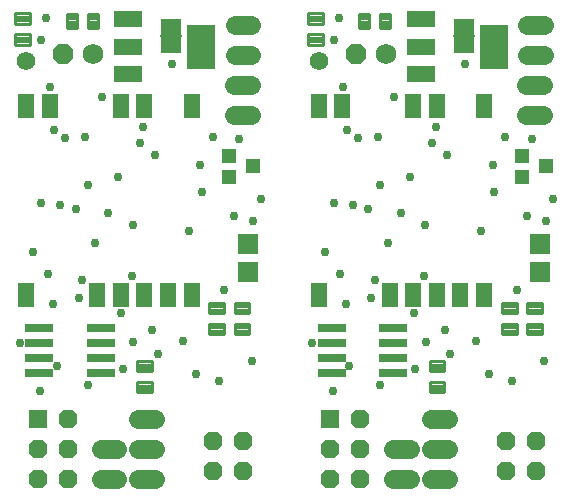
<source format=gbs>
G75*
G70*
%OFA0B0*%
%FSLAX24Y24*%
%IPPOS*%
%LPD*%
%AMOC8*
5,1,8,0,0,1.08239X$1,22.5*
%
%ADD10R,0.0925X0.0295*%
%ADD11R,0.0617X0.0617*%
%ADD12OC8,0.0617*%
%ADD13C,0.0115*%
%ADD14R,0.0509X0.0459*%
%ADD15R,0.0559X0.0846*%
%ADD16C,0.0619*%
%ADD17C,0.0617*%
%ADD18R,0.0689X0.0519*%
%ADD19R,0.0720X0.0060*%
%ADD20R,0.0650X0.0650*%
%ADD21R,0.0939X0.0539*%
%ADD22R,0.0925X0.1476*%
%ADD23OC8,0.0689*%
%ADD24C,0.0689*%
%ADD25C,0.0295*%
D10*
X001618Y004534D03*
X001618Y005034D03*
X001618Y005534D03*
X001618Y006034D03*
X003665Y006034D03*
X003665Y005534D03*
X003665Y005034D03*
X003665Y004534D03*
X011368Y004534D03*
X011368Y005034D03*
X011368Y005534D03*
X011368Y006034D03*
X013415Y006034D03*
X013415Y005534D03*
X013415Y005034D03*
X013415Y004534D03*
D11*
X011315Y002992D03*
X001565Y002992D03*
D12*
X001565Y000992D03*
X002565Y000992D03*
X002565Y001992D03*
X001565Y001992D03*
X002565Y002992D03*
X007417Y002258D03*
X008417Y002258D03*
X008417Y001258D03*
X007417Y001258D03*
X011315Y000992D03*
X012315Y000992D03*
X012315Y001992D03*
X011315Y001992D03*
X012315Y002992D03*
X017167Y002258D03*
X018167Y002258D03*
X018167Y001258D03*
X017167Y001258D03*
D13*
X015121Y003877D02*
X015121Y004221D01*
X015121Y003877D02*
X014627Y003877D01*
X014627Y004221D01*
X015121Y004221D01*
X015121Y003991D02*
X014627Y003991D01*
X014627Y004105D02*
X015121Y004105D01*
X015121Y004219D02*
X014627Y004219D01*
X015121Y004577D02*
X015121Y004921D01*
X015121Y004577D02*
X014627Y004577D01*
X014627Y004921D01*
X015121Y004921D01*
X015121Y004691D02*
X014627Y004691D01*
X014627Y004805D02*
X015121Y004805D01*
X015121Y004919D02*
X014627Y004919D01*
X017034Y005818D02*
X017034Y006162D01*
X017528Y006162D01*
X017528Y005818D01*
X017034Y005818D01*
X017034Y005932D02*
X017528Y005932D01*
X017528Y006046D02*
X017034Y006046D01*
X017034Y006160D02*
X017528Y006160D01*
X017878Y006162D02*
X017878Y005818D01*
X017878Y006162D02*
X018372Y006162D01*
X018372Y005818D01*
X017878Y005818D01*
X017878Y005932D02*
X018372Y005932D01*
X018372Y006046D02*
X017878Y006046D01*
X017878Y006160D02*
X018372Y006160D01*
X017878Y006518D02*
X017878Y006862D01*
X018372Y006862D01*
X018372Y006518D01*
X017878Y006518D01*
X017878Y006632D02*
X018372Y006632D01*
X018372Y006746D02*
X017878Y006746D01*
X017878Y006860D02*
X018372Y006860D01*
X017034Y006862D02*
X017034Y006518D01*
X017034Y006862D02*
X017528Y006862D01*
X017528Y006518D01*
X017034Y006518D01*
X017034Y006632D02*
X017528Y006632D01*
X017528Y006746D02*
X017034Y006746D01*
X017034Y006860D02*
X017528Y006860D01*
X008128Y006862D02*
X008128Y006518D01*
X008128Y006862D02*
X008622Y006862D01*
X008622Y006518D01*
X008128Y006518D01*
X008128Y006632D02*
X008622Y006632D01*
X008622Y006746D02*
X008128Y006746D01*
X008128Y006860D02*
X008622Y006860D01*
X007284Y006862D02*
X007284Y006518D01*
X007284Y006862D02*
X007778Y006862D01*
X007778Y006518D01*
X007284Y006518D01*
X007284Y006632D02*
X007778Y006632D01*
X007778Y006746D02*
X007284Y006746D01*
X007284Y006860D02*
X007778Y006860D01*
X007284Y006162D02*
X007284Y005818D01*
X007284Y006162D02*
X007778Y006162D01*
X007778Y005818D01*
X007284Y005818D01*
X007284Y005932D02*
X007778Y005932D01*
X007778Y006046D02*
X007284Y006046D01*
X007284Y006160D02*
X007778Y006160D01*
X008128Y006162D02*
X008128Y005818D01*
X008128Y006162D02*
X008622Y006162D01*
X008622Y005818D01*
X008128Y005818D01*
X008128Y005932D02*
X008622Y005932D01*
X008622Y006046D02*
X008128Y006046D01*
X008128Y006160D02*
X008622Y006160D01*
X005371Y004921D02*
X005371Y004577D01*
X004877Y004577D01*
X004877Y004921D01*
X005371Y004921D01*
X005371Y004691D02*
X004877Y004691D01*
X004877Y004805D02*
X005371Y004805D01*
X005371Y004919D02*
X004877Y004919D01*
X005371Y004221D02*
X005371Y003877D01*
X004877Y003877D01*
X004877Y004221D01*
X005371Y004221D01*
X005371Y003991D02*
X004877Y003991D01*
X004877Y004105D02*
X005371Y004105D01*
X005371Y004219D02*
X004877Y004219D01*
X000820Y015472D02*
X000820Y015816D01*
X001314Y015816D01*
X001314Y015472D01*
X000820Y015472D01*
X000820Y015586D02*
X001314Y015586D01*
X001314Y015700D02*
X000820Y015700D01*
X000820Y015814D02*
X001314Y015814D01*
X000820Y016172D02*
X000820Y016516D01*
X001314Y016516D01*
X001314Y016172D01*
X000820Y016172D01*
X000820Y016286D02*
X001314Y016286D01*
X001314Y016400D02*
X000820Y016400D01*
X000820Y016514D02*
X001314Y016514D01*
X002529Y016508D02*
X002873Y016508D01*
X002873Y016014D01*
X002529Y016014D01*
X002529Y016508D01*
X002529Y016128D02*
X002873Y016128D01*
X002873Y016242D02*
X002529Y016242D01*
X002529Y016356D02*
X002873Y016356D01*
X002873Y016470D02*
X002529Y016470D01*
X003229Y016508D02*
X003573Y016508D01*
X003573Y016014D01*
X003229Y016014D01*
X003229Y016508D01*
X003229Y016128D02*
X003573Y016128D01*
X003573Y016242D02*
X003229Y016242D01*
X003229Y016356D02*
X003573Y016356D01*
X003573Y016470D02*
X003229Y016470D01*
X010570Y016516D02*
X010570Y016172D01*
X010570Y016516D02*
X011064Y016516D01*
X011064Y016172D01*
X010570Y016172D01*
X010570Y016286D02*
X011064Y016286D01*
X011064Y016400D02*
X010570Y016400D01*
X010570Y016514D02*
X011064Y016514D01*
X010570Y015816D02*
X010570Y015472D01*
X010570Y015816D02*
X011064Y015816D01*
X011064Y015472D01*
X010570Y015472D01*
X010570Y015586D02*
X011064Y015586D01*
X011064Y015700D02*
X010570Y015700D01*
X010570Y015814D02*
X011064Y015814D01*
X012279Y016508D02*
X012623Y016508D01*
X012623Y016014D01*
X012279Y016014D01*
X012279Y016508D01*
X012279Y016128D02*
X012623Y016128D01*
X012623Y016242D02*
X012279Y016242D01*
X012279Y016356D02*
X012623Y016356D01*
X012623Y016470D02*
X012279Y016470D01*
X012979Y016508D02*
X013323Y016508D01*
X013323Y016014D01*
X012979Y016014D01*
X012979Y016508D01*
X012979Y016128D02*
X013323Y016128D01*
X013323Y016242D02*
X012979Y016242D01*
X012979Y016356D02*
X013323Y016356D01*
X013323Y016470D02*
X012979Y016470D01*
D14*
X017704Y011760D03*
X017704Y011060D03*
X018504Y011410D03*
X008754Y011410D03*
X007954Y011060D03*
X007954Y011760D03*
D15*
X006695Y013437D03*
X005120Y013436D03*
X004333Y013436D03*
X001971Y013436D03*
X001183Y013436D03*
X001183Y007134D03*
X003545Y007137D03*
X004338Y007134D03*
X005120Y007136D03*
X005908Y007134D03*
X006695Y007137D03*
X010933Y007134D03*
X013295Y007137D03*
X014088Y007134D03*
X014870Y007136D03*
X015658Y007134D03*
X016445Y007137D03*
X016445Y013437D03*
X014870Y013436D03*
X014083Y013436D03*
X011721Y013436D03*
X010933Y013436D03*
D16*
X010938Y014911D03*
X001188Y014911D03*
D17*
X008133Y015134D02*
X008691Y015134D01*
X008691Y016134D02*
X008133Y016134D01*
X008107Y014118D02*
X008665Y014118D01*
X008665Y013118D02*
X008107Y013118D01*
X017857Y013118D02*
X018415Y013118D01*
X018415Y014118D02*
X017857Y014118D01*
X017883Y015134D02*
X018441Y015134D01*
X018441Y016134D02*
X017883Y016134D01*
X015230Y002981D02*
X014672Y002981D01*
X014672Y001981D02*
X015230Y001981D01*
X015230Y000981D02*
X014672Y000981D01*
X013975Y000977D02*
X013417Y000977D01*
X013417Y001977D02*
X013975Y001977D01*
X005480Y001981D02*
X004922Y001981D01*
X004225Y001977D02*
X003667Y001977D01*
X003667Y000977D02*
X004225Y000977D01*
X004922Y000981D02*
X005480Y000981D01*
X005480Y002981D02*
X004922Y002981D01*
D18*
X006009Y015452D03*
X006009Y016052D03*
X015759Y016052D03*
X015759Y015452D03*
D19*
X015759Y015752D03*
X006009Y015752D03*
D20*
X008566Y008837D03*
X008566Y007907D03*
X018316Y007907D03*
X018316Y008837D03*
D21*
X014331Y014492D03*
X014331Y015402D03*
X014331Y016312D03*
X004581Y016312D03*
X004581Y015402D03*
X004581Y014492D03*
D22*
X007021Y015402D03*
X016771Y015402D03*
D23*
X012166Y015172D03*
X002416Y015172D03*
D24*
X003416Y015172D03*
X013166Y015172D03*
D25*
X013458Y013711D03*
X014826Y012741D03*
X014717Y012209D03*
X015210Y011795D03*
X013982Y011046D03*
X012991Y010801D03*
X012592Y010004D03*
X012074Y010110D03*
X011438Y010191D03*
X011151Y008563D03*
X011655Y007835D03*
X012682Y007033D03*
X012804Y007623D03*
X011827Y006825D03*
X010725Y005534D03*
X011958Y004745D03*
X011399Y003941D03*
X012990Y004124D03*
X014155Y004676D03*
X014497Y005558D03*
X015135Y005962D03*
X015319Y005166D03*
X016168Y005602D03*
X016593Y004481D03*
X017364Y004264D03*
X018453Y004921D03*
X017529Y007299D03*
X016346Y009258D03*
X016789Y010556D03*
X017866Y009759D03*
X018506Y009577D03*
X018754Y010316D03*
X016727Y011474D03*
X017145Y012393D03*
X018039Y012332D03*
X015802Y014819D03*
X012894Y012404D03*
X012242Y012368D03*
X011871Y012627D03*
X011730Y014052D03*
X011430Y015639D03*
X011604Y016349D03*
X008289Y012332D03*
X007395Y012393D03*
X006977Y011474D03*
X007039Y010556D03*
X008116Y009759D03*
X008756Y009577D03*
X009004Y010316D03*
X006596Y009258D03*
X004741Y009463D03*
X003923Y009860D03*
X002842Y010004D03*
X002324Y010110D03*
X001688Y010191D03*
X003241Y010801D03*
X004232Y011046D03*
X004967Y012209D03*
X005076Y012741D03*
X005460Y011795D03*
X003144Y012404D03*
X002492Y012368D03*
X002121Y012627D03*
X003708Y013711D03*
X001980Y014052D03*
X001680Y015639D03*
X001854Y016349D03*
X006052Y014819D03*
X003480Y008852D03*
X004699Y007755D03*
X004344Y006513D03*
X005385Y005962D03*
X004747Y005558D03*
X005569Y005166D03*
X006418Y005602D03*
X006843Y004481D03*
X007614Y004264D03*
X008703Y004921D03*
X007779Y007299D03*
X004405Y004676D03*
X003240Y004124D03*
X002208Y004745D03*
X001649Y003941D03*
X000975Y005534D03*
X002077Y006825D03*
X002932Y007033D03*
X003054Y007623D03*
X001905Y007835D03*
X001401Y008563D03*
X013230Y008852D03*
X013673Y009860D03*
X014491Y009463D03*
X014449Y007755D03*
X014094Y006513D03*
M02*

</source>
